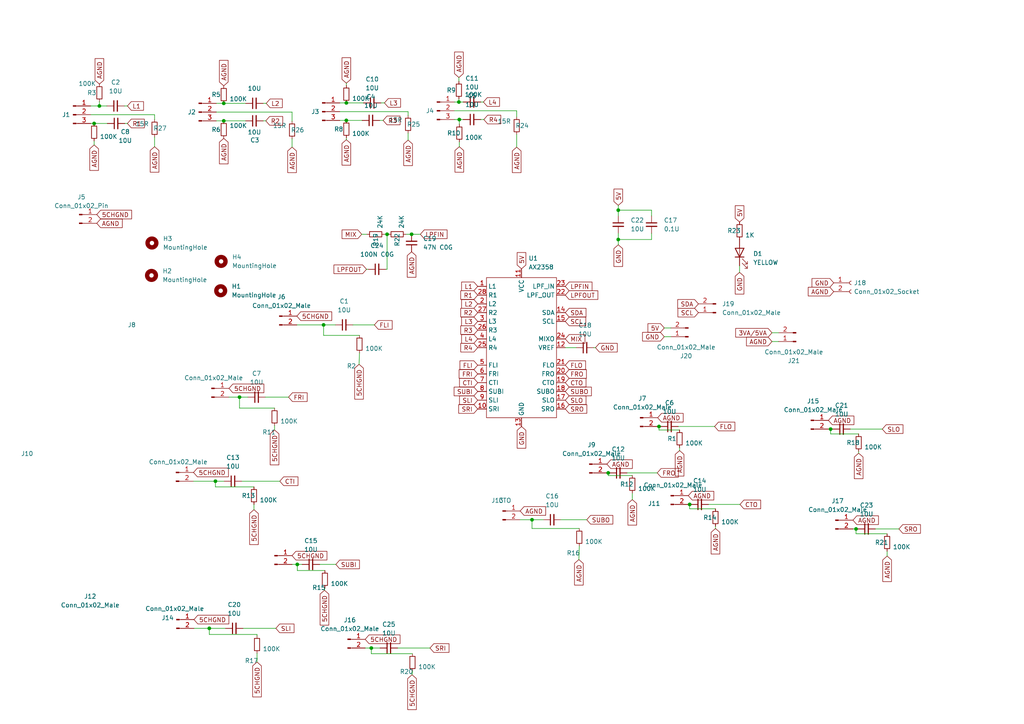
<source format=kicad_sch>
(kicad_sch (version 20230121) (generator eeschema)
  (paper "A4")
  (lib_symbols
    (symbol "Audio:AX2358"
      (property "Reference" "U" (at 0 0 0))
      (property "Value" "AX2358" (at 0 0 0))
      (symbol "AX2358_0_1"
        (polyline (pts (xy -10.16 50.8) (xy -10.16 12.7) (xy 10.16 12.7) (xy 10.16 53.34) (xy -10.16 53.34) (xy -10.16 50.8)))
      )
      (symbol "AX2358_1_1"
        (pin input line (at -12.7 50.8 0) (length 2.54) (name "L1") (number "1"))
        (pin input line (at -12.7 15.24 0) (length 2.54) (name "SRI") (number "10"))
        (pin input line (at 0 55.88 270) (length 2.54) (name "VCC") (number "11"))
        (pin output line (at 12.7 33.02 180) (length 2.54) (name "VREF") (number "12"))
        (pin input line (at 0 10.16 90) (length 2.54) (name "GND") (number "13"))
        (pin bidirectional line (at 12.7 43.18 180) (length 2.54) (name "SDA") (number "14"))
        (pin bidirectional line (at 12.7 40.64 180) (length 2.54) (name "SCL") (number "15"))
        (pin output line (at 12.7 15.24 180) (length 2.54) (name "SRO") (number "16"))
        (pin output line (at 12.7 17.78 180) (length 2.54) (name "SLO") (number "17"))
        (pin output line (at 12.7 20.32 180) (length 2.54) (name "SUBO") (number "18"))
        (pin output line (at 12.7 22.86 180) (length 2.54) (name "CTO") (number "19"))
        (pin input line (at -12.7 45.72 0) (length 2.54) (name "L2") (number "2"))
        (pin output line (at 12.7 25.4 180) (length 2.54) (name "FRO") (number "20"))
        (pin output line (at 12.7 27.94 180) (length 2.54) (name "FLO") (number "21"))
        (pin output line (at 12.7 48.26 180) (length 2.54) (name "LPF_OUT") (number "22"))
        (pin input line (at 12.7 50.8 180) (length 2.54) (name "LPF_IN") (number "23"))
        (pin output line (at 12.7 35.56 180) (length 2.54) (name "MIXO") (number "24"))
        (pin input line (at -12.7 33.02 0) (length 2.54) (name "R4") (number "25"))
        (pin input line (at -12.7 38.1 0) (length 2.54) (name "R3") (number "26"))
        (pin input line (at -12.7 43.18 0) (length 2.54) (name "R2") (number "27"))
        (pin input line (at -12.7 48.26 0) (length 2.54) (name "R1") (number "28"))
        (pin input line (at -12.7 40.64 0) (length 2.54) (name "L3") (number "3"))
        (pin input line (at -12.7 35.56 0) (length 2.54) (name "L4") (number "4"))
        (pin input line (at -12.7 27.94 0) (length 2.54) (name "FLI") (number "5"))
        (pin input line (at -12.7 25.4 0) (length 2.54) (name "FRI") (number "6"))
        (pin input line (at -12.7 22.86 0) (length 2.54) (name "CTI") (number "7"))
        (pin input line (at -12.7 20.32 0) (length 2.54) (name "SUBI") (number "8"))
        (pin input line (at -12.7 17.78 0) (length 2.54) (name "SLI") (number "9"))
      )
    )
    (symbol "Connector:Conn_01x02_Male" (pin_names (offset 1.016) hide)
      (property "Reference" "J" (at 0 2.54 0))
      (property "Value" "Conn_01x02_Male" (at 0 -5.08 0))
      (symbol "Conn_01x02_Male_1_1"
        (polyline (pts (xy 1.27 -2.54) (xy 0.8636 -2.54)) (stroke (width 0.1524)))
        (polyline (pts (xy 1.27 0) (xy 0.8636 0)) (stroke (width 0.1524)))
        (rectangle (start 0.8636 -2.413) (end 0 -2.667) (stroke (width 0.1524)) (fill (type outline)))
        (rectangle (start 0.8636 0.127) (end 0 -0.127) (stroke (width 0.1524)) (fill (type outline)))
        (pin passive line (at 5.08 0 180) (length 3.81) (name "Pin_1") (number "1"))
        (pin passive line (at 5.08 -2.54 180) (length 3.81) (name "Pin_2") (number "2"))
      )
    )
    (symbol "Connector:Conn_01x02_Pin" (pin_names (offset 1.016) hide)
      (property "Reference" "J" (at 0 2.54 0))
      (property "Value" "Conn_01x02_Pin" (at 0 -5.08 0))
      (symbol "Conn_01x02_Pin_1_1"
        (polyline (pts (xy 1.27 -2.54) (xy 0.8636 -2.54)) (stroke (width 0.1524)))
        (polyline (pts (xy 1.27 0) (xy 0.8636 0)) (stroke (width 0.1524)))
        (rectangle (start 0.8636 -2.413) (end 0 -2.667) (stroke (width 0.1524)) (fill (type outline)))
        (rectangle (start 0.8636 0.127) (end 0 -0.127) (stroke (width 0.1524)) (fill (type outline)))
        (pin passive line (at 5.08 0 180) (length 3.81) (name "Pin_1") (number "1"))
        (pin passive line (at 5.08 -2.54 180) (length 3.81) (name "Pin_2") (number "2"))
      )
    )
    (symbol "Connector:Conn_01x02_Socket" (pin_names (offset 1.016) hide)
      (property "Reference" "J" (at 0 2.54 0))
      (property "Value" "Conn_01x02_Socket" (at 0 -5.08 0))
      (symbol "Conn_01x02_Socket_1_1"
        (arc (start 0 -2.032) (mid -0.5058 -2.54) (end 0 -3.048) (stroke (width 0.1524)))
        (polyline (pts (xy -1.27 -2.54) (xy -0.508 -2.54)) (stroke (width 0.1524)))
        (polyline (pts (xy -1.27 0) (xy -0.508 0)) (stroke (width 0.1524)))
        (arc (start 0 0.508) (mid -0.5058 0) (end 0 -0.508) (stroke (width 0.1524)))
        (pin passive line (at -5.08 0 0) (length 3.81) (name "Pin_1") (number "1"))
        (pin passive line (at -5.08 -2.54 0) (length 3.81) (name "Pin_2") (number "2"))
      )
    )
    (symbol "Connector:Conn_01x03_Pin" (pin_names (offset 1.016) hide)
      (property "Reference" "J" (at 0 5.08 0))
      (property "Value" "Conn_01x03_Pin" (at 0 -5.08 0))
      (symbol "Conn_01x03_Pin_1_1"
        (polyline (pts (xy 1.27 -2.54) (xy 0.8636 -2.54)) (stroke (width 0.1524)))
        (polyline (pts (xy 1.27 0) (xy 0.8636 0)) (stroke (width 0.1524)))
        (polyline (pts (xy 1.27 2.54) (xy 0.8636 2.54)) (stroke (width 0.1524)))
        (rectangle (start 0.8636 -2.413) (end 0 -2.667) (stroke (width 0.1524)) (fill (type outline)))
        (rectangle (start 0.8636 0.127) (end 0 -0.127) (stroke (width 0.1524)) (fill (type outline)))
        (rectangle (start 0.8636 2.667) (end 0 2.413) (stroke (width 0.1524)) (fill (type outline)))
        (pin passive line (at 5.08 2.54 180) (length 3.81) (name "Pin_1") (number "1"))
        (pin passive line (at 5.08 0 180) (length 3.81) (name "Pin_2") (number "2"))
        (pin passive line (at 5.08 -2.54 180) (length 3.81) (name "Pin_3") (number "3"))
      )
    )
    (symbol "Device:C_Small" (pin_numbers hide) (pin_names (offset 0.254) hide)
      (property "Reference" "C" (at 0.254 1.778 0))
      (property "Value" "C_Small" (at 0.254 -2.032 0))
      (symbol "C_Small_0_1"
        (polyline (pts (xy -1.524 -0.508) (xy 1.524 -0.508)) (stroke (width 0.3302)))
        (polyline (pts (xy -1.524 0.508) (xy 1.524 0.508)) (stroke (width 0.3048)))
      )
      (symbol "C_Small_1_1"
        (pin passive line (at 0 2.54 270) (length 2.032) (name "~") (number "1"))
        (pin passive line (at 0 -2.54 90) (length 2.032) (name "~") (number "2"))
      )
    )
    (symbol "Device:LED" (pin_numbers hide) (pin_names (offset 1.016) hide)
      (property "Reference" "D" (at 0 2.54 0))
      (property "Value" "LED" (at 0 -2.54 0))
      (symbol "LED_0_1"
        (polyline (pts (xy -1.27 -1.27) (xy -1.27 1.27)) (stroke (width 0.254)))
        (polyline (pts (xy -1.27 0) (xy 1.27 0)))
        (polyline (pts (xy 1.27 -1.27) (xy 1.27 1.27) (xy -1.27 0) (xy 1.27 -1.27)) (stroke (width 0.254)))
        (polyline (pts (xy -3.048 -0.762) (xy -4.572 -2.286) (xy -3.81 -2.286) (xy -4.572 -2.286) (xy -4.572 -1.524)))
        (polyline (pts (xy -1.778 -0.762) (xy -3.302 -2.286) (xy -2.54 -2.286) (xy -3.302 -2.286) (xy -3.302 -1.524)))
      )
      (symbol "LED_1_1"
        (pin passive line (at -3.81 0 0) (length 2.54) (name "K") (number "1"))
        (pin passive line (at 3.81 0 180) (length 2.54) (name "A") (number "2"))
      )
    )
    (symbol "Device:R_Small" (pin_numbers hide) (pin_names (offset 0.254) hide)
      (property "Reference" "R" (at 0.762 0.508 0))
      (property "Value" "R_Small" (at 0.762 -1.016 0))
      (symbol "R_Small_0_1"
        (rectangle (start -0.762 1.778) (end 0.762 -1.778) (stroke (width 0.2032)))
      )
      (symbol "R_Small_1_1"
        (pin passive line (at 0 2.54 270) (length 0.762) (name "~") (number "1"))
        (pin passive line (at 0 -2.54 90) (length 0.762) (name "~") (number "2"))
      )
    )
    (symbol "Mechanical:MountingHole" (pin_names (offset 1.016))
      (property "Reference" "H" (at 0 5.08 0))
      (property "Value" "MountingHole" (at 0 3.175 0))
      (symbol "MountingHole_0_1"
        (circle (center 0 0) (radius 1.27) (stroke (width 1.27)))
      )
    )
  )
  (junction (at 69.469 115.189))
  (junction (at 100.457 29.845))
  (junction (at 179.324 60.96))
  (junction (at 64.897 35.052))
  (junction (at 28.829 30.734))
  (junction (at 179.324 69.469))
  (junction (at 60.706 182.245))
  (junction (at 112.268 67.945))
  (junction (at 154.305 150.749))
  (junction (at 176.403 137.16))
  (junction (at 133.223 34.671))
  (junction (at 64.897 29.972))
  (junction (at 107.696 187.96))
  (junction (at 240.919 124.46))
  (junction (at 93.853 94.234))
  (junction (at 133.096 29.591))
  (junction (at 100.457 34.925))
  (junction (at 86.233 163.703))
  (junction (at 191.135 123.698))
  (junction (at 119.38 67.945))
  (junction (at 248.285 153.416))
  (junction (at 62.484 139.573))
  (junction (at 200.025 146.304))
  (junction (at 27.305 35.814))
  (wire (pts (xy 100.457 24.13) (xy 100.457 24.765)))
  (wire (pts (xy 62.484 139.573) (xy 62.484 141.224)))
  (wire (pts (xy 94.107 171.196) (xy 94.234 170.561)))
  (wire (pts (xy 62.738 32.512) (xy 84.709 32.512)))
  (wire (pts (xy 183.388 143.002) (xy 183.388 144.907)))
  (wire (pts (xy 86.233 163.703) (xy 86.233 165.481)))
  (wire (pts (xy 194.564 97.663) (xy 192.659 97.663)))
  (wire (pts (xy 207.518 152.654) (xy 207.518 153.289)))
  (wire (pts (xy 98.552 32.385) (xy 118.364 32.385)))
  (wire (pts (xy 112.268 67.945) (xy 111.506 67.945)))
  (wire (pts (xy 225.806 96.52) (xy 223.901 96.52)))
  (wire (pts (xy 84.709 32.512) (xy 84.709 35.179)))
  (wire (pts (xy 107.696 187.96) (xy 105.918 187.96)))
  (wire (pts (xy 64.897 29.972) (xy 62.738 29.972)))
  (wire (pts (xy 197.104 129.794) (xy 197.104 130.683)))
  (wire (pts (xy 31.115 35.814) (xy 27.305 35.814)))
  (wire (pts (xy 93.853 97.282) (xy 104.267 97.282)))
  (wire (pts (xy 69.469 115.189) (xy 66.421 115.189)))
  (wire (pts (xy 119.38 67.945) (xy 117.729 67.945)))
  (wire (pts (xy 107.696 189.611) (xy 119.634 189.611)))
  (wire (pts (xy 105.029 34.925) (xy 100.457 34.925)))
  (wire (pts (xy 133.223 42.545) (xy 133.223 41.148)))
  (wire (pts (xy 257.302 159.893) (xy 257.302 161.29)))
  (wire (pts (xy 28.829 30.734) (xy 26.289 30.734)))
  (wire (pts (xy 100.457 40.513) (xy 100.457 40.005)))
  (wire (pts (xy 140.335 34.671) (xy 139.446 34.671)))
  (wire (pts (xy 69.469 118.364) (xy 79.629 118.364)))
  (wire (pts (xy 179.324 70.993) (xy 179.324 69.469)))
  (wire (pts (xy 121.92 67.945) (xy 119.38 67.945)))
  (wire (pts (xy 248.285 153.416) (xy 247.396 153.416)))
  (wire (pts (xy 27.305 35.814) (xy 26.289 35.814)))
  (wire (pts (xy 205.486 146.304) (xy 214.63 146.304)))
  (wire (pts (xy 140.208 29.591) (xy 139.446 29.591)))
  (wire (pts (xy 176.403 137.16) (xy 176.022 137.16)))
  (wire (pts (xy 149.86 38.989) (xy 149.86 42.672)))
  (wire (pts (xy 74.549 192.024) (xy 74.549 189.484)))
  (wire (pts (xy 157.607 150.749) (xy 154.305 150.749)))
  (wire (pts (xy 60.706 182.245) (xy 60.706 184.023)))
  (wire (pts (xy 104.14 105.664) (xy 104.267 102.362)))
  (wire (pts (xy 200.025 146.304) (xy 199.644 146.304)))
  (wire (pts (xy 36.957 35.814) (xy 36.195 35.814)))
  (wire (pts (xy 154.305 150.749) (xy 154.305 153.289)))
  (wire (pts (xy 172.72 100.838) (xy 172.212 100.838)))
  (wire (pts (xy 119.507 195.707) (xy 119.634 194.691)))
  (wire (pts (xy 36.957 30.734) (xy 36.068 30.734)))
  (wire (pts (xy 191.135 124.714) (xy 197.104 124.714)))
  (wire (pts (xy 188.976 60.96) (xy 179.324 60.96)))
  (wire (pts (xy 97.282 94.234) (xy 93.853 94.234)))
  (wire (pts (xy 92.71 163.703) (xy 97.409 163.703)))
  (wire (pts (xy 93.853 94.234) (xy 93.853 97.282)))
  (wire (pts (xy 115.316 187.96) (xy 124.714 187.96)))
  (wire (pts (xy 248.793 153.416) (xy 248.285 153.416)))
  (wire (pts (xy 134.366 34.671) (xy 133.223 34.671)))
  (wire (pts (xy 200.025 147.574) (xy 207.518 147.574)))
  (wire (pts (xy 65.024 139.573) (xy 62.484 139.573)))
  (wire (pts (xy 107.696 187.96) (xy 107.696 189.611)))
  (wire (pts (xy 240.919 125.857) (xy 249.047 125.857)))
  (wire (pts (xy 134.366 29.591) (xy 133.096 29.591)))
  (wire (pts (xy 179.324 60.96) (xy 179.324 62.611)))
  (wire (pts (xy 133.096 28.702) (xy 133.096 29.591)))
  (wire (pts (xy 28.829 29.464) (xy 28.829 30.734)))
  (wire (pts (xy 118.364 38.608) (xy 118.364 40.64)))
  (wire (pts (xy 167.132 100.838) (xy 163.957 100.838)))
  (wire (pts (xy 71.247 35.052) (xy 64.897 35.052)))
  (wire (pts (xy 196.723 123.698) (xy 207.264 123.698)))
  (wire (pts (xy 131.826 32.131) (xy 149.86 32.131)))
  (wire (pts (xy 168.021 158.369) (xy 167.894 162.306)))
  (wire (pts (xy 79.629 124.714) (xy 79.629 123.444)))
  (wire (pts (xy 162.687 150.749) (xy 170.18 150.749)))
  (wire (pts (xy 69.469 115.189) (xy 69.469 118.364)))
  (wire (pts (xy 149.86 32.131) (xy 149.86 33.909)))
  (wire (pts (xy 44.831 39.751) (xy 44.831 42.545)))
  (wire (pts (xy 176.784 137.16) (xy 176.403 137.16)))
  (wire (pts (xy 106.426 67.945) (xy 104.902 67.945)))
  (wire (pts (xy 110.236 187.96) (xy 107.696 187.96)))
  (wire (pts (xy 100.457 34.925) (xy 98.552 34.925)))
  (wire (pts (xy 179.324 59.563) (xy 179.324 60.96)))
  (wire (pts (xy 62.484 141.224) (xy 73.66 141.224)))
  (wire (pts (xy 27.305 42.037) (xy 27.305 40.894)))
  (wire (pts (xy 133.223 34.671) (xy 131.826 34.671)))
  (wire (pts (xy 71.882 115.189) (xy 69.469 115.189)))
  (wire (pts (xy 241.554 124.46) (xy 240.919 124.46)))
  (wire (pts (xy 179.324 69.469) (xy 188.976 69.469)))
  (wire (pts (xy 112.268 78.105) (xy 111.887 78.105)))
  (wire (pts (xy 133.096 29.591) (xy 131.826 29.591)))
  (wire (pts (xy 111.125 34.925) (xy 110.109 34.925)))
  (wire (pts (xy 70.485 182.245) (xy 80.01 182.245)))
  (wire (pts (xy 87.63 163.703) (xy 86.233 163.703)))
  (wire (pts (xy 60.706 182.245) (xy 56.261 182.245)))
  (wire (pts (xy 133.096 22.479) (xy 133.096 23.622)))
  (wire (pts (xy 71.247 29.972) (xy 64.897 29.972)))
  (wire (pts (xy 191.135 123.698) (xy 191.135 124.714)))
  (wire (pts (xy 74.549 184.023) (xy 74.549 184.404)))
  (wire (pts (xy 191.135 123.698) (xy 190.754 123.698)))
  (wire (pts (xy 118.364 32.385) (xy 118.364 33.528)))
  (wire (pts (xy 194.564 95.123) (xy 192.659 95.123)))
  (wire (pts (xy 77.089 35.052) (xy 76.327 35.052)))
  (wire (pts (xy 93.853 94.234) (xy 86.106 94.234)))
  (wire (pts (xy 112.268 67.945) (xy 112.268 78.105)))
  (wire (pts (xy 76.962 115.189) (xy 83.693 115.189)))
  (wire (pts (xy 225.806 99.06) (xy 223.901 99.06)))
  (wire (pts (xy 188.976 69.469) (xy 188.976 67.691)))
  (wire (pts (xy 111.506 29.845) (xy 110.49 29.845)))
  (wire (pts (xy 179.324 69.469) (xy 179.324 67.691)))
  (wire (pts (xy 176.403 137.16) (xy 176.403 137.922)))
  (wire (pts (xy 73.66 147.828) (xy 73.66 146.304)))
  (wire (pts (xy 106.299 78.105) (xy 106.807 78.105)))
  (wire (pts (xy 60.706 184.023) (xy 74.549 184.023)))
  (wire (pts (xy 248.285 154.813) (xy 257.302 154.813)))
  (wire (pts (xy 214.503 78.994) (xy 214.503 77.089)))
  (wire (pts (xy 100.457 29.845) (xy 98.552 29.845)))
  (wire (pts (xy 84.709 40.259) (xy 84.709 42.672)))
  (wire (pts (xy 176.403 137.922) (xy 183.388 137.922)))
  (wire (pts (xy 112.649 67.945) (xy 112.268 67.945)))
  (wire (pts (xy 64.897 35.052) (xy 62.738 35.052)))
  (wire (pts (xy 70.104 139.573) (xy 81.153 139.573)))
  (wire (pts (xy 86.233 163.703) (xy 84.709 163.703)))
  (wire (pts (xy 65.405 182.245) (xy 60.706 182.245)))
  (wire (pts (xy 191.643 123.698) (xy 191.135 123.698)))
  (wire (pts (xy 102.362 94.234) (xy 108.585 94.234)))
  (wire (pts (xy 62.484 139.573) (xy 56.134 139.573)))
  (wire (pts (xy 200.406 146.304) (xy 200.025 146.304)))
  (wire (pts (xy 248.285 153.416) (xy 248.285 154.813)))
  (wire (pts (xy 26.289 33.274) (xy 44.831 33.274)))
  (wire (pts (xy 30.988 30.734) (xy 28.829 30.734)))
  (wire (pts (xy 200.025 146.304) (xy 200.025 147.574)))
  (wire (pts (xy 240.919 124.46) (xy 240.919 125.857)))
  (wire (pts (xy 86.233 165.481) (xy 94.234 165.481)))
  (wire (pts (xy 133.223 36.068) (xy 133.223 34.671)))
  (wire (pts (xy 246.634 124.46) (xy 255.905 124.46)))
  (wire (pts (xy 154.305 153.289) (xy 168.021 153.289)))
  (wire (pts (xy 105.41 29.845) (xy 100.457 29.845)))
  (wire (pts (xy 253.873 153.416) (xy 260.731 153.416)))
  (wire (pts (xy 249.047 130.937) (xy 249.047 131.445)))
  (wire (pts (xy 44.831 33.274) (xy 44.831 34.671)))
  (wire (pts (xy 188.976 62.611) (xy 188.976 60.96)))
  (wire (pts (xy 77.216 29.972) (xy 76.327 29.972)))
  (wire (pts (xy 240.919 124.46) (xy 240.284 124.46)))
  (wire (pts (xy 181.864 137.16) (xy 190.627 137.16)))
  (wire (pts (xy 154.305 150.749) (xy 150.876 150.749)))
  (global_label "R2" (shape input) (at 138.557 90.678 180) (property "Intersheetrefs" "${INTERSHEET_REFS}" (effects hide)))
  (global_label "AGND" (shape input) (at 150.876 148.209 0) (property "Intersheetrefs" "${INTERSHEET_REFS}" (effects hide)))
  (global_label "LPFIN" (shape input) (at 121.92 67.945 0) (property "Intersheetrefs" "${INTERSHEET_REFS}" (effects hide)))
  (global_label "AGND" (shape input) (at 207.518 153.289 270) (property "Intersheetrefs" "${INTERSHEET_REFS}" (effects hide)))
  (global_label "AGND" (shape input) (at 199.644 143.764 0) (property "Intersheetrefs" "${INTERSHEET_REFS}" (effects hide)))
  (global_label "R1" (shape input) (at 138.557 85.598 180) (property "Intersheetrefs" "${INTERSHEET_REFS}" (effects hide)))
  (global_label "GND" (shape input) (at 214.503 78.994 270) (property "Intersheetrefs" "${INTERSHEET_REFS}" (effects hide)))
  (global_label "AGND" (shape input) (at 44.831 42.545 270) (property "Intersheetrefs" "${INTERSHEET_REFS}" (effects hide)))
  (global_label "FRI" (shape input) (at 138.557 108.458 180) (property "Intersheetrefs" "${INTERSHEET_REFS}" (effects hide)))
  (global_label "L4" (shape input) (at 140.208 29.591 0) (property "Intersheetrefs" "${INTERSHEET_REFS}" (effects hide)))
  (global_label "5V" (shape input) (at 214.503 64.389 90) (property "Intersheetrefs" "${INTERSHEET_REFS}" (effects hide)))
  (global_label "SLI" (shape input) (at 138.557 116.078 180) (property "Intersheetrefs" "${INTERSHEET_REFS}" (effects hide)))
  (global_label "5CHGND" (shape input) (at 84.709 161.163 0) (property "Intersheetrefs" "${INTERSHEET_REFS}" (effects hide)))
  (global_label "AGND" (shape input) (at 100.457 24.13 90) (property "Intersheetrefs" "${INTERSHEET_REFS}" (effects hide)))
  (global_label "5CHGND" (shape input) (at 56.134 137.033 0) (property "Intersheetrefs" "${INTERSHEET_REFS}" (effects hide)))
  (global_label "FLI" (shape input) (at 108.585 94.234 0) (property "Intersheetrefs" "${INTERSHEET_REFS}" (effects hide)))
  (global_label "5CHGND" (shape input) (at 56.261 179.705 0) (property "Intersheetrefs" "${INTERSHEET_REFS}" (effects hide)))
  (global_label "AGND" (shape input) (at 133.223 42.545 270) (property "Intersheetrefs" "${INTERSHEET_REFS}" (effects hide)))
  (global_label "AGND" (shape input) (at 118.364 40.64 270) (property "Intersheetrefs" "${INTERSHEET_REFS}" (effects hide)))
  (global_label "SCL" (shape input) (at 163.957 93.218 0) (property "Intersheetrefs" "${INTERSHEET_REFS}" (effects hide)))
  (global_label "5CHGND" (shape input) (at 105.918 185.42 0) (property "Intersheetrefs" "${INTERSHEET_REFS}" (effects hide)))
  (global_label "L4" (shape input) (at 138.557 98.298 180) (property "Intersheetrefs" "${INTERSHEET_REFS}" (effects hide)))
  (global_label "AGND" (shape input) (at 257.302 161.29 270) (property "Intersheetrefs" "${INTERSHEET_REFS}" (effects hide)))
  (global_label "5V" (shape input) (at 151.257 77.978 90) (property "Intersheetrefs" "${INTERSHEET_REFS}" (effects hide)))
  (global_label "AGND" (shape input) (at 84.709 42.672 270) (property "Intersheetrefs" "${INTERSHEET_REFS}" (effects hide)))
  (global_label "AGND" (shape input) (at 183.388 144.907 270) (property "Intersheetrefs" "${INTERSHEET_REFS}" (effects hide)))
  (global_label "SLO" (shape input) (at 255.905 124.46 0) (property "Intersheetrefs" "${INTERSHEET_REFS}" (effects hide)))
  (global_label "AGND" (shape input) (at 133.096 22.479 90) (property "Intersheetrefs" "${INTERSHEET_REFS}" (effects hide)))
  (global_label "LPFOUT" (shape input) (at 163.957 85.598 0) (property "Intersheetrefs" "${INTERSHEET_REFS}" (effects hide)))
  (global_label "5CHGND" (shape input) (at 66.421 112.649 0) (property "Intersheetrefs" "${INTERSHEET_REFS}" (effects hide)))
  (global_label "3VA{slash}5VA" (shape input) (at 223.901 96.52 180) (property "Intersheetrefs" "${INTERSHEET_REFS}" (effects hide)))
  (global_label "LPFIN" (shape input) (at 163.957 83.058 0) (property "Intersheetrefs" "${INTERSHEET_REFS}" (effects hide)))
  (global_label "5V" (shape input) (at 179.324 59.563 90) (property "Intersheetrefs" "${INTERSHEET_REFS}" (effects hide)))
  (global_label "AGND" (shape input) (at 176.022 134.62 0) (property "Intersheetrefs" "${INTERSHEET_REFS}" (effects hide)))
  (global_label "R4" (shape input) (at 140.335 34.671 0) (property "Intersheetrefs" "${INTERSHEET_REFS}" (effects hide)))
  (global_label "AGND" (shape input) (at 247.396 150.876 0) (property "Intersheetrefs" "${INTERSHEET_REFS}" (effects hide)))
  (global_label "R3" (shape input) (at 111.125 34.925 0) (property "Intersheetrefs" "${INTERSHEET_REFS}" (effects hide)))
  (global_label "MIX" (shape input) (at 163.957 98.298 0) (property "Intersheetrefs" "${INTERSHEET_REFS}" (effects hide)))
  (global_label "AGND" (shape input) (at 27.305 42.037 270) (property "Intersheetrefs" "${INTERSHEET_REFS}" (effects hide)))
  (global_label "GND" (shape input) (at 241.808 82.042 180) (property "Intersheetrefs" "${INTERSHEET_REFS}" (effects hide)))
  (global_label "AGND" (shape input) (at 64.897 24.892 90) (property "Intersheetrefs" "${INTERSHEET_REFS}" (effects hide)))
  (global_label "L1" (shape input) (at 36.957 30.734 0) (property "Intersheetrefs" "${INTERSHEET_REFS}" (effects hide)))
  (global_label "SLI" (shape input) (at 80.01 182.245 0) (property "Intersheetrefs" "${INTERSHEET_REFS}" (effects hide)))
  (global_label "FRI" (shape input) (at 83.693 115.189 0) (property "Intersheetrefs" "${INTERSHEET_REFS}" (effects hide)))
  (global_label "AGND" (shape input) (at 28.067 64.77 0) (property "Intersheetrefs" "${INTERSHEET_REFS}" (effects hide)))
  (global_label "AGND" (shape input) (at 223.901 99.06 180) (property "Intersheetrefs" "${INTERSHEET_REFS}" (effects hide)))
  (global_label "SUBO" (shape input) (at 163.957 113.538 0) (property "Intersheetrefs" "${INTERSHEET_REFS}" (effects hide)))
  (global_label "AGND" (shape input) (at 240.284 121.92 0) (property "Intersheetrefs" "${INTERSHEET_REFS}" (effects hide)))
  (global_label "R2" (shape input) (at 77.089 35.052 0) (property "Intersheetrefs" "${INTERSHEET_REFS}" (effects hide)))
  (global_label "GND" (shape input) (at 179.324 70.993 270) (property "Intersheetrefs" "${INTERSHEET_REFS}" (effects hide)))
  (global_label "SDA" (shape input) (at 202.565 88.138 180) (property "Intersheetrefs" "${INTERSHEET_REFS}" (effects hide)))
  (global_label "GND" (shape input) (at 151.257 123.698 270) (property "Intersheetrefs" "${INTERSHEET_REFS}" (effects hide)))
  (global_label "5CHGND" (shape input) (at 74.549 192.024 270) (property "Intersheetrefs" "${INTERSHEET_REFS}" (effects hide)))
  (global_label "5CHGND" (shape input) (at 119.507 195.707 270) (property "Intersheetrefs" "${INTERSHEET_REFS}" (effects hide)))
  (global_label "L2" (shape input) (at 138.557 88.138 180) (property "Intersheetrefs" "${INTERSHEET_REFS}" (effects hide)))
  (global_label "FRO" (shape input) (at 190.627 137.16 0) (property "Intersheetrefs" "${INTERSHEET_REFS}" (effects hide)))
  (global_label "AGND" (shape input) (at 100.457 40.513 270) (property "Intersheetrefs" "${INTERSHEET_REFS}" (effects hide)))
  (global_label "5CHGND" (shape input) (at 94.107 171.196 270) (property "Intersheetrefs" "${INTERSHEET_REFS}" (effects hide)))
  (global_label "SDA" (shape input) (at 163.957 90.678 0) (property "Intersheetrefs" "${INTERSHEET_REFS}" (effects hide)))
  (global_label "AGND" (shape input) (at 197.104 130.683 270) (property "Intersheetrefs" "${INTERSHEET_REFS}" (effects hide)))
  (global_label "5CHGND" (shape input) (at 104.14 105.664 270) (property "Intersheetrefs" "${INTERSHEET_REFS}" (effects hide)))
  (global_label "L3" (shape input) (at 111.506 29.845 0) (property "Intersheetrefs" "${INTERSHEET_REFS}" (effects hide)))
  (global_label "5CHGND" (shape input) (at 79.629 124.714 270) (property "Intersheetrefs" "${INTERSHEET_REFS}" (effects hide)))
  (global_label "SRO" (shape input) (at 163.957 118.618 0) (property "Intersheetrefs" "${INTERSHEET_REFS}" (effects hide)))
  (global_label "L1" (shape input) (at 138.557 83.058 180) (property "Intersheetrefs" "${INTERSHEET_REFS}" (effects hide)))
  (global_label "5CHGND" (shape input) (at 86.106 91.694 0) (property "Intersheetrefs" "${INTERSHEET_REFS}" (effects hide)))
  (global_label "5CHGND" (shape input) (at 73.66 147.828 270) (property "Intersheetrefs" "${INTERSHEET_REFS}" (effects hide)))
  (global_label "AGND" (shape input) (at 64.897 40.132 270) (property "Intersheetrefs" "${INTERSHEET_REFS}" (effects hide)))
  (global_label "SCL" (shape input) (at 202.565 90.678 180) (property "Intersheetrefs" "${INTERSHEET_REFS}" (effects hide)))
  (global_label "SLO" (shape input) (at 163.957 116.078 0) (property "Intersheetrefs" "${INTERSHEET_REFS}" (effects hide)))
  (global_label "L2" (shape input) (at 77.216 29.972 0) (property "Intersheetrefs" "${INTERSHEET_REFS}" (effects hide)))
  (global_label "R4" (shape input) (at 138.557 100.838 180) (property "Intersheetrefs" "${INTERSHEET_REFS}" (effects hide)))
  (global_label "FRO" (shape input) (at 163.957 108.458 0) (property "Intersheetrefs" "${INTERSHEET_REFS}" (effects hide)))
  (global_label "L3" (shape input) (at 138.557 93.218 180) (property "Intersheetrefs" "${INTERSHEET_REFS}" (effects hide)))
  (global_label "SRI" (shape input) (at 138.557 118.618 180) (property "Intersheetrefs" "${INTERSHEET_REFS}" (effects hide)))
  (global_label "AGND" (shape input) (at 28.829 24.384 90) (property "Intersheetrefs" "${INTERSHEET_REFS}" (effects hide)))
  (global_label "SRI" (shape input) (at 124.714 187.96 0) (property "Intersheetrefs" "${INTERSHEET_REFS}" (effects hide)))
  (global_label "FLO" (shape input) (at 163.957 105.918 0) (property "Intersheetrefs" "${INTERSHEET_REFS}" (effects hide)))
  (global_label "SUBI" (shape input) (at 97.409 163.703 0) (property "Intersheetrefs" "${INTERSHEET_REFS}" (effects hide)))
  (global_label "CTI" (shape input) (at 138.557 110.998 180) (property "Intersheetrefs" "${INTERSHEET_REFS}" (effects hide)))
  (global_label "AGND" (shape input) (at 149.86 42.672 270) (property "Intersheetrefs" "${INTERSHEET_REFS}" (effects hide)))
  (global_label "GND" (shape input) (at 172.72 100.838 0) (property "Intersheetrefs" "${INTERSHEET_REFS}" (effects hide)))
  (global_label "SUBO" (shape input) (at 170.18 150.749 0) (property "Intersheetrefs" "${INTERSHEET_REFS}" (effects hide)))
  (global_label "LPFOUT" (shape input) (at 106.299 78.105 180) (property "Intersheetrefs" "${INTERSHEET_REFS}" (effects hide)))
  (global_label "GND" (shape input) (at 192.659 97.663 180) (property "Intersheetrefs" "${INTERSHEET_REFS}" (effects hide)))
  (global_label "5CHGND" (shape input) (at 28.067 62.23 0) (property "Intersheetrefs" "${INTERSHEET_REFS}" (effects hide)))
  (global_label "FLO" (shape input) (at 207.264 123.698 0) (property "Intersheetrefs" "${INTERSHEET_REFS}" (effects hide)))
  (global_label "MIX" (shape input) (at 104.902 67.945 180) (property "Intersheetrefs" "${INTERSHEET_REFS}" (effects hide)))
  (global_label "AGND" (shape input) (at 167.894 162.306 270) (property "Intersheetrefs" "${INTERSHEET_REFS}" (effects hide)))
  (global_label "CTO" (shape input) (at 163.957 110.998 0) (property "Intersheetrefs" "${INTERSHEET_REFS}" (effects hide)))
  (global_label "AGND" (shape input) (at 190.754 121.158 0) (property "Intersheetrefs" "${INTERSHEET_REFS}" (effects hide)))
  (global_label "FLI" (shape input) (at 138.557 105.918 180) (property "Intersheetrefs" "${INTERSHEET_REFS}" (effects hide)))
  (global_label "AGND" (shape input) (at 241.808 84.582 180) (property "Intersheetrefs" "${INTERSHEET_REFS}" (effects hide)))
  (global_label "CTO" (shape input) (at 214.63 146.304 0) (property "Intersheetrefs" "${INTERSHEET_REFS}" (effects hide)))
  (global_label "R3" (shape input) (at 138.557 95.758 180) (property "Intersheetrefs" "${INTERSHEET_REFS}" (effects hide)))
  (global_label "AGND" (shape input) (at 249.047 131.445 270) (property "Intersheetrefs" "${INTERSHEET_REFS}" (effects hide)))
  (global_label "R1" (shape input) (at 36.957 35.814 0) (property "Intersheetrefs" "${INTERSHEET_REFS}" (effects hide)))
  (global_label "SUBI" (shape input) (at 138.557 113.538 180) (property "Intersheetrefs" "${INTERSHEET_REFS}" (effects hide)))
  (global_label "AGND" (shape input) (at 119.38 73.025 270) (property "Intersheetrefs" "${INTERSHEET_REFS}" (effects hide)))
  (global_label "5V" (shape input) (at 192.659 95.123 180) (property "Intersheetrefs" "${INTERSHEET_REFS}" (effects hide)))
  (global_label "SRO" (shape input) (at 260.731 153.416 0) (property "Intersheetrefs" "${INTERSHEET_REFS}" (effects hide)))
  (global_label "CTI" (shape input) (at 81.153 139.573 0) (property "Intersheetrefs" "${INTERSHEET_REFS}" (effects hide)))
  (symbol (lib_id "Device:C_Small") (at 67.564 139.573 90) (unit 1)
    (property "Reference" "C13" (at 67.5703 132.715 90))
    (property "Value" "10U" (at 67.5703 135.255 90))
    (property "Footprint" "Capacitor_THT:CP_Radial_D5.0mm_P2.50mm" (effects hide))
  )
  (symbol (lib_id "Device:R_Small") (at 108.966 67.945 90) (unit 1)
    (property "Reference" "R19" (at 108.966 71.501 0) (effects (justify left)))
    (property "Value" "24K" (at 110.2359 66.294 0) (effects (justify left)))
    (property "Footprint" "Resistor_SMD:R_0805_2012Metric_Pad1.20x1.40mm_HandSolder" (effects hide))
  )
  (symbol (lib_id "Device:R_Small") (at 133.223 38.608 0) (unit 1)
    (property "Reference" "R10" (at 129.667 38.608 0) (effects (justify left)))
    (property "Value" "100K" (at 134.874 39.8779 0) (effects (justify left)))
    (property "Footprint" "Resistor_SMD:R_0805_2012Metric_Pad1.20x1.40mm_HandSolder" (effects hide))
  )
  (symbol (lib_id "Device:R_Small") (at 28.829 26.924 0) (unit 1)
    (property "Reference" "R3" (at 25.273 26.924 0) (effects (justify left)))
    (property "Value" "100K" (at 22.733 24.257 0) (effects (justify left)))
    (property "Footprint" "Resistor_SMD:R_0805_2012Metric_Pad1.20x1.40mm_HandSolder" (effects hide))
  )
  (symbol (lib_id "Device:R_Small") (at 168.021 155.829 0) (unit 1)
    (property "Reference" "R16" (at 164.338 160.401 0) (effects (justify left)))
    (property "Value" "100K" (at 169.672 157.0989 0) (effects (justify left)))
    (property "Footprint" "Resistor_SMD:R_0805_2012Metric_Pad1.20x1.40mm_HandSolder" (effects hide))
  )
  (symbol (lib_id "Connector:Conn_01x02_Male") (at 100.838 185.42 0) (unit 1)
    (property "Reference" "J16" (at 101.473 179.832 0))
    (property "Value" "Conn_01x02_Male" (at 101.473 182.372 0))
    (property "Footprint" "Connector_JST:JST_PH_B2B-PH-K_1x02_P2.00mm_Vertical" (effects hide))
  )
  (symbol (lib_id "Device:C_Small") (at 136.906 29.591 90) (unit 1)
    (property "Reference" "C11" (at 136.9123 22.733 90))
    (property "Value" "10U" (at 136.9123 25.273 90))
    (property "Footprint" "Capacitor_THT:CP_Radial_D5.0mm_P2.50mm" (effects hide))
  )
  (symbol (lib_id "Device:R_Small") (at 84.709 37.719 180) (unit 1)
    (property "Reference" "R26" (at 88.265 37.719 0) (effects (justify left)))
    (property "Value" "15R" (at 83.058 36.4491 0) (effects (justify left)))
    (property "Footprint" "Resistor_SMD:R_0603_1608Metric_Pad0.98x0.95mm_HandSolder" (effects hide))
  )
  (symbol (lib_id "Connector:Conn_01x02_Male") (at 235.204 121.92 0) (unit 1)
    (property "Reference" "J15" (at 235.839 116.332 0))
    (property "Value" "Conn_01x02_Male" (at 235.839 118.872 0))
    (property "Footprint" "Connector_JST:JST_PH_B2B-PH-K_1x02_P2.00mm_Vertical" (effects hide))
  )
  (symbol (lib_id "Device:C_Small") (at 73.787 35.052 90) (unit 1)
    (property "Reference" "C3" (at 73.914 40.64 90))
    (property "Value" "10U" (at 73.787 38.354 90))
    (property "Footprint" "Capacitor_THT:CP_Radial_D5.0mm_P2.50mm" (effects hide))
  )
  (symbol (lib_id "Connector:Conn_01x02_Pin") (at 22.987 62.23 0) (unit 1)
    (property "Reference" "J5" (at 23.622 57.15 0))
    (property "Value" "Conn_01x02_Pin" (at 23.622 59.69 0))
    (property "Footprint" "Connector_PinHeader_2.54mm:PinHeader_1x02_P2.54mm_Vertical" (effects hide))
  )
  (symbol (lib_id "Device:C_Small") (at 99.822 94.234 90) (unit 1)
    (property "Reference" "C1" (at 99.8283 87.376 90))
    (property "Value" "10U" (at 99.8283 89.916 90))
    (property "Footprint" "Capacitor_THT:CP_Radial_D5.0mm_P2.50mm" (effects hide))
  )
  (symbol (lib_id "Connector:Conn_01x03_Pin") (at 21.209 33.274 0) (unit 1)
    (property "Reference" "J1" (at 19.177 33.274 0))
    (property "Value" "Conn_01x03_Pin" (effects hide))
    (property "Footprint" "Connector_JST:JST_PH_B3B-PH-K_1x03_P2.00mm_Vertical" (effects hide))
  )
  (symbol (lib_id "Connector:Conn_01x02_Male") (at 170.942 134.62 0) (unit 1)
    (property "Reference" "J9" (at 171.577 129.032 0))
    (property "Value" "Conn_01x02_Male" (at 171.577 131.572 0))
    (property "Footprint" "Connector_JST:JST_PH_B2B-PH-K_1x02_P2.00mm_Vertical" (effects hide))
  )
  (symbol (lib_id "Connector:Conn_01x02_Socket") (at 246.888 82.042 0) (unit 1)
    (property "Reference" "J18" (at 247.65 82.042 0) (effects (justify left)))
    (property "Value" "Conn_01x02_Socket" (at 247.65 84.582 0) (effects (justify left)))
    (property "Footprint" "Connector_PinHeader_2.54mm:PinHeader_1x02_P2.54mm_Vertical" (effects hide))
  )
  (symbol (lib_id "Device:C_Small") (at 33.655 35.814 90) (unit 1)
    (property "Reference" "C8" (at 36.322 38.227 90))
    (property "Value" "10U" (at 36.322 40.767 90))
    (property "Footprint" "Capacitor_THT:CP_Radial_D5.0mm_P2.50mm" (effects hide))
  )
  (symbol (lib_id "Device:C_Small") (at 107.95 29.845 90) (unit 1)
    (property "Reference" "C10" (at 107.9563 22.987 90))
    (property "Value" "10U" (at 107.9563 25.527 90))
    (property "Footprint" "Capacitor_THT:CP_Radial_D5.0mm_P2.50mm" (effects hide))
  )
  (symbol (lib_id "Device:R_Small") (at 79.629 120.904 0) (unit 1)
    (property "Reference" "R11" (at 76.073 125.349 0) (effects (justify left)))
    (property "Value" "100K" (at 81.28 122.1739 0) (effects (justify left)))
    (property "Footprint" "Resistor_SMD:R_0805_2012Metric_Pad1.20x1.40mm_HandSolder" (effects hide))
  )
  (symbol (lib_id "Connector:Conn_01x02_Male") (at 51.181 179.705 0) (unit 1)
    (property "Reference" "J14" (at 48.641 179.197 0))
    (property "Value" "Conn_01x02_Male" (at 50.673 176.53 0))
    (property "Footprint" "Connector_JST:JST_PH_B2B-PH-K_1x02_P2.00mm_Vertical" (effects hide))
  )
  (symbol (lib_id "Connector:Conn_01x03_Pin") (at 57.658 32.512 0) (unit 1)
    (property "Reference" "J2" (at 55.626 32.512 0))
    (property "Value" "Conn_01x03_Pin" (effects hide))
    (property "Footprint" "Connector_JST:JST_PH_B3B-PH-K_1x03_P2.00mm_Vertical" (effects hide))
  )
  (symbol (lib_id "Device:R_Small") (at 115.189 67.945 90) (unit 1)
    (property "Reference" "R22" (at 115.189 71.501 0) (effects (justify left)))
    (property "Value" "24K" (at 116.4589 66.294 0) (effects (justify left)))
    (property "Footprint" "Resistor_SMD:R_0805_2012Metric_Pad1.20x1.40mm_HandSolder" (effects hide))
  )
  (symbol (lib_id "Mechanical:MountingHole") (at 64.135 75.819 0) (unit 1)
    (property "Reference" "H4" (at 67.31 74.5489 0) (effects (justify left)))
    (property "Value" "MountingHole" (at 67.31 77.0889 0) (effects (justify left)))
    (property "Footprint" "MountingHole:MountingHole_3.2mm_M3" (effects hide))
  )
  (symbol (lib_id "Connector:Conn_01x02_Male") (at 145.796 148.209 0) (unit 1)
    (property "Reference" "J13" (at 144.272 145.161 0))
    (property "Value" "CTO" (at 146.431 145.161 0))
    (property "Footprint" "Connector_JST:JST_PH_B2B-PH-K_1x02_P2.00mm_Vertical" (effects hide))
  )
  (symbol (lib_id "Connector:Conn_01x02_Male") (at 242.316 150.876 0) (unit 1)
    (property "Reference" "J17" (at 242.951 145.288 0))
    (property "Value" "Conn_01x02_Male" (at 242.951 147.828 0))
    (property "Footprint" "Connector_JST:JST_PH_B2B-PH-K_1x02_P2.00mm_Vertical" (effects hide))
  )
  (symbol (lib_id "Audio:AX2358") (at 151.257 133.858 0) (unit 1)
    (property "Reference" "U1" (at 153.2764 74.93 0) (effects (justify left)))
    (property "Value" "AX2358" (at 153.2764 77.47 0) (effects (justify left)))
    (property "Footprint" "Package_SO:SOIC-28W_7.5x18.7mm_P1.27mm" (effects hide))
  )
  (symbol (lib_id "Connector:Conn_01x02_Male") (at 230.886 99.06 180) (unit 1)
    (property "Reference" "J21" (at 230.251 104.648 0))
    (property "Value" "Conn_01x02_Male" (at 230.251 102.108 0))
    (property "Footprint" "Connector_JST:JST_PH_B2B-PH-K_1x02_P2.00mm_Vertical" (effects hide))
  )
  (symbol (lib_id "Device:R_Small") (at 100.457 27.305 0) (unit 1)
    (property "Reference" "R7" (effects hide))
    (property "Value" "100K" (at 102.108 28.5749 0) (effects (justify left)))
    (property "Footprint" "Resistor_SMD:R_0805_2012Metric_Pad1.20x1.40mm_HandSolder" (effects hide))
  )
  (symbol (lib_id "Device:C_Small") (at 33.528 30.734 90) (unit 1)
    (property "Reference" "C2" (at 33.5343 23.876 90))
    (property "Value" "10U" (at 33.5343 26.416 90))
    (property "Footprint" "Capacitor_THT:CP_Radial_D5.0mm_P2.50mm" (effects hide))
  )
  (symbol (lib_id "Device:C_Small") (at 73.787 29.972 90) (unit 1)
    (property "Reference" "C9" (effects hide))
    (property "Value" "10U" (at 73.7933 25.654 90))
    (property "Footprint" "Capacitor_THT:CP_Radial_D5.0mm_P2.50mm" (effects hide))
  )
  (symbol (lib_id "Device:R_Small") (at 94.234 168.021 0) (unit 1)
    (property "Reference" "R15" (at 90.551 170.434 0) (effects (justify left)))
    (property "Value" "100K" (at 95.885 169.2909 0) (effects (justify left)))
    (property "Footprint" "Resistor_SMD:R_0805_2012Metric_Pad1.20x1.40mm_HandSolder" (effects hide))
  )
  (symbol (lib_id "Mechanical:MountingHole") (at 44.069 70.485 0) (unit 1)
    (property "Reference" "H3" (at 47.244 69.2149 0) (effects (justify left)))
    (property "Value" "MountingHole" (at 47.244 71.7549 0) (effects (justify left)))
    (property "Footprint" "MountingHole:MountingHole_3.2mm_M3" (effects hide))
  )
  (symbol (lib_id "Connector:Conn_01x02_Male") (at 51.054 137.033 0) (unit 1)
    (property "Reference" "J10" (at 7.874 131.572 0))
    (property "Value" "Conn_01x02_Male" (at 51.689 133.985 0))
    (property "Footprint" "Connector_JST:JST_PH_B2B-PH-K_1x02_P2.00mm_Vertical" (effects hide))
  )
  (symbol (lib_id "Device:R_Small") (at 27.305 38.354 0) (unit 1)
    (property "Reference" "R4" (effects hide))
    (property "Value" "100K" (at 28.956 39.6239 0) (effects (justify left)))
    (property "Footprint" "Resistor_SMD:R_0805_2012Metric_Pad1.20x1.40mm_HandSolder" (effects hide))
  )
  (symbol (lib_id "Device:C_Small") (at 74.422 115.189 90) (unit 1)
    (property "Reference" "C7" (at 74.4283 108.331 90))
    (property "Value" "10U" (at 74.4283 110.871 90))
    (property "Footprint" "Capacitor_THT:CP_Radial_D5.0mm_P2.50mm" (effects hide))
  )
  (symbol (lib_id "Device:R_Small") (at 118.364 36.068 180) (unit 1)
    (property "Reference" "R25" (at 121.92 36.068 0) (effects (justify left)))
    (property "Value" "15R" (at 116.713 34.7981 0) (effects (justify left)))
    (property "Footprint" "Resistor_SMD:R_0603_1608Metric_Pad0.98x0.95mm_HandSolder" (effects hide))
  )
  (symbol (lib_id "Device:C_Small") (at 67.945 182.245 90) (unit 1)
    (property "Reference" "C20" (at 67.9513 175.387 90))
    (property "Value" "10U" (at 67.9513 177.927 90))
    (property "Footprint" "Capacitor_THT:CP_Radial_D5.0mm_P2.50mm" (effects hide))
  )
  (symbol (lib_id "Device:R_Small") (at 133.096 26.162 0) (unit 1)
    (property "Reference" "R9" (at 129.54 26.162 0) (effects (justify left)))
    (property "Value" "100K" (at 134.747 27.4319 0) (effects (justify left)))
    (property "Footprint" "Resistor_SMD:R_0805_2012Metric_Pad1.20x1.40mm_HandSolder" (effects hide))
  )
  (symbol (lib_id "Device:R_Small") (at 197.104 127.254 0) (unit 1)
    (property "Reference" "R1" (at 193.548 127.254 0) (effects (justify left)))
    (property "Value" "100K" (at 198.755 128.5239 0) (effects (justify left)))
    (property "Footprint" "Resistor_SMD:R_0805_2012Metric_Pad1.20x1.40mm_HandSolder" (effects hide))
  )
  (symbol (lib_id "Connector:Conn_01x02_Male") (at 61.341 112.649 0) (unit 1)
    (property "Reference" "J8" (at 38.227 94.234 0))
    (property "Value" "Conn_01x02_Male" (at 61.976 109.601 0))
    (property "Footprint" "Connector_JST:JST_PH_B2B-PH-K_1x02_P2.00mm_Vertical" (effects hide))
  )
  (symbol (lib_id "Device:R_Small") (at 214.503 66.929 0) (unit 1)
    (property "Reference" "R23" (at 210.947 66.929 0) (effects (justify left)))
    (property "Value" "1K" (at 216.154 68.1989 0) (effects (justify left)))
    (property "Footprint" "Resistor_SMD:R_0603_1608Metric_Pad0.98x0.95mm_HandSolder" (effects hide))
  )
  (symbol (lib_id "Device:R_Small") (at 119.634 192.151 0) (unit 1)
    (property "Reference" "R20" (at 115.951 194.818 0) (effects (justify left)))
    (property "Value" "100K" (at 121.285 193.4209 0) (effects (justify left)))
    (property "Footprint" "Resistor_SMD:R_0805_2012Metric_Pad1.20x1.40mm_HandSolder" (effects hide))
  )
  (symbol (lib_id "Device:R_Small") (at 149.86 36.449 180) (unit 1)
    (property "Reference" "R24" (at 153.416 36.449 0) (effects (justify left)))
    (property "Value" "15R" (at 148.209 35.1791 0) (effects (justify left)))
    (property "Footprint" "Resistor_SMD:R_0603_1608Metric_Pad0.98x0.95mm_HandSolder" (effects hide))
  )
  (symbol (lib_id "Connector:Conn_01x02_Male") (at 81.026 91.694 0) (unit 1)
    (property "Reference" "J6" (at 81.661 86.106 0))
    (property "Value" "Conn_01x02_Male" (at 81.661 88.646 0))
    (property "Footprint" "Connector_JST:JST_PH_B2B-PH-K_1x02_P2.00mm_Vertical" (effects hide))
  )
  (symbol (lib_id "Device:C_Small") (at 90.17 163.703 90) (unit 1)
    (property "Reference" "C15" (at 90.1763 156.845 90))
    (property "Value" "10U" (at 90.1763 159.385 90))
    (property "Footprint" "Capacitor_THT:CP_Radial_D5.0mm_P2.50mm" (effects hide))
  )
  (symbol (lib_id "Connector:Conn_01x03_Pin") (at 93.472 32.385 0) (unit 1)
    (property "Reference" "J3" (at 91.44 32.385 0))
    (property "Value" "Conn_01x03_Pin" (effects hide))
    (property "Footprint" "Connector_JST:JST_PH_B3B-PH-K_1x03_P2.00mm_Vertical" (effects hide))
  )
  (symbol (lib_id "Device:C_Small") (at 107.569 34.925 90) (unit 1)
    (property "Reference" "C4" (at 107.5753 28.067 90))
    (property "Value" "10U" (at 107.5753 30.607 90))
    (property "Footprint" "Capacitor_THT:CP_Radial_D5.0mm_P2.50mm" (effects hide))
  )
  (symbol (lib_id "Connector:Conn_01x02_Male") (at 79.629 161.163 0) (unit 1)
    (property "Reference" "J12" (at 26.162 172.974 0))
    (property "Value" "Conn_01x02_Male" (at 26.162 175.514 0))
    (property "Footprint" "Connector_JST:JST_PH_B2B-PH-K_1x02_P2.00mm_Vertical" (effects hide))
  )
  (symbol (lib_id "Connector:Conn_01x03_Pin") (at 126.746 32.131 0) (unit 1)
    (property "Reference" "J4" (at 124.714 32.131 0))
    (property "Value" "Conn_01x03_Pin" (effects hide))
    (property "Footprint" "Connector_JST:JST_PH_B3B-PH-K_1x03_P2.00mm_Vertical" (effects hide))
  )
  (symbol (lib_id "Device:R_Small") (at 257.302 157.353 0) (unit 1)
    (property "Reference" "R21" (at 253.746 157.353 0) (effects (justify left)))
    (property "Value" "100K" (at 258.953 158.6229 0) (effects (justify left)))
    (property "Footprint" "Resistor_SMD:R_0805_2012Metric_Pad1.20x1.40mm_HandSolder" (effects hide))
  )
  (symbol (lib_id "Device:R_Small") (at 100.457 37.465 0) (unit 1)
    (property "Reference" "R8" (at 96.901 37.465 0) (effects (justify left)))
    (property "Value" "100K" (at 102.108 38.7349 0) (effects (justify left)))
    (property "Footprint" "Resistor_SMD:R_0805_2012Metric_Pad1.20x1.40mm_HandSolder" (effects hide))
  )
  (symbol (lib_id "Device:C_Small") (at 136.906 34.671 90) (unit 1)
    (property "Reference" "C5" (at 136.9123 27.813 90))
    (property "Value" "10U" (at 136.9123 30.353 90))
    (property "Footprint" "Capacitor_THT:CP_Radial_D5.0mm_P2.50mm" (effects hide))
  )
  (symbol (lib_id "Connector:Conn_01x02_Male") (at 199.644 97.663 180) (unit 1)
    (property "Reference" "J20" (at 199.009 103.251 0))
    (property "Value" "Conn_01x02_Male" (at 199.009 100.711 0))
    (property "Footprint" "Connector_JST:JST_PH_B2B-PH-K_1x02_P2.00mm_Vertical" (effects hide))
  )
  (symbol (lib_id "Device:R_Small") (at 207.518 150.114 0) (unit 1)
    (property "Reference" "R14" (at 203.962 150.114 0) (effects (justify left)))
    (property "Value" "100K" (at 209.169 151.3839 0) (effects (justify left)))
    (property "Footprint" "Resistor_SMD:R_0805_2012Metric_Pad1.20x1.40mm_HandSolder" (effects hide))
  )
  (symbol (lib_id "Mechanical:MountingHole") (at 64.008 84.328 0) (unit 1)
    (property "Reference" "H1" (at 67.183 83.0579 0) (effects (justify left)))
    (property "Value" "MountingHole" (at 67.183 85.5979 0) (effects (justify left)))
    (property "Footprint" "MountingHole:MountingHole_3.2mm_M3" (effects hide))
  )
  (symbol (lib_id "Device:R_Small") (at 74.549 186.944 0) (unit 1)
    (property "Reference" "R17" (at 70.993 191.643 0) (effects (justify left)))
    (property "Value" "100K" (at 76.2 188.2139 0) (effects (justify left)))
    (property "Footprint" "Resistor_SMD:R_0805_2012Metric_Pad1.20x1.40mm_HandSolder" (effects hide))
  )
  (symbol (lib_id "Device:C_Small") (at 119.38 70.485 180) (unit 1)
    (property "Reference" "C19" (at 122.682 69.2085 0) (effects (justify right)))
    (property "Value" "47N C0G" (at 122.682 71.7485 0) (effects (justify right)))
    (property "Footprint" "Capacitor_SMD:C_1206_3216Metric_Pad1.33x1.80mm_HandSolder" (effects hide))
  )
  (symbol (lib_id "Device:C_Small") (at 109.347 78.105 90) (unit 1)
    (property "Reference" "C24" (at 109.3533 71.247 90))
    (property "Value" "100N C0G" (at 109.3533 73.787 90))
    (property "Footprint" "Capacitor_SMD:C_1206_3216Metric_Pad1.33x1.80mm_HandSolder" (effects hide))
  )
  (symbol (lib_id "Device:C_Small") (at 202.946 146.304 90) (unit 1)
    (property "Reference" "C14" (at 202.9523 139.446 90))
    (property "Value" "10U" (at 202.9523 141.986 90))
    (property "Footprint" "Capacitor_THT:CP_Radial_D5.0mm_P2.50mm" (effects hide))
  )
  (symbol (lib_id "Device:C_Small") (at 194.183 123.698 90) (unit 1)
    (property "Reference" "C6" (at 194.1893 116.84 90))
    (property "Value" "10U" (at 194.1893 119.38 90))
    (property "Footprint" "Capacitor_THT:CP_Radial_D5.0mm_P2.50mm" (effects hide))
  )
  (symbol (lib_id "Device:C_Small") (at 179.324 137.16 90) (unit 1)
    (property "Reference" "C12" (at 179.3303 130.302 90))
    (property "Value" "10U" (at 179.3303 132.842 90))
    (property "Footprint" "Capacitor_THT:CP_Radial_D5.0mm_P2.50mm" (effects hide))
  )
  (symbol (lib_id "Device:R_Small") (at 44.831 37.211 180) (unit 1)
    (property "Reference" "R27" (at 48.387 37.211 0) (effects (justify left)))
    (property "Value" "15R" (at 43.18 35.9411 0) (effects (justify left)))
    (property "Footprint" "Resistor_SMD:R_0603_1608Metric_Pad0.98x0.95mm_HandSolder" (effects hide))
  )
  (symbol (lib_id "Connector:Conn_01x02_Male") (at 207.645 90.678 180) (unit 1)
    (property "Reference" "J19" (at 209.423 88.1379 0) (effects (justify right)))
    (property "Value" "Conn_01x02_Male" (at 209.423 90.6779 0) (effects (justify right)))
    (property "Footprint" "Connector_JST:JST_PH_B2B-PH-K_1x02_P2.00mm_Vertical" (effects hide))
  )
  (symbol (lib_id "Device:R_Small") (at 64.897 37.592 0) (unit 1)
    (property "Reference" "R6" (at 61.341 37.592 0) (effects (justify left)))
    (property "Value" "100K" (at 66.548 36.449 0) (effects (justify left)))
    (property "Footprint" "Resistor_SMD:R_0805_2012Metric_Pad1.20x1.40mm_HandSolder" (effects hide))
  )
  (symbol (lib_id "Device:C_Small") (at 251.333 153.416 90) (unit 1)
    (property "Reference" "C23" (at 251.3393 146.558 90))
    (property "Value" "10U" (at 251.3393 149.098 90))
    (property "Footprint" "Capacitor_THT:CP_Radial_D5.0mm_P2.50mm" (effects hide))
  )
  (symbol (lib_id "Device:C_Small") (at 188.976 65.151 0) (unit 1)
    (property "Reference" "C17" (at 192.532 63.8872 0) (effects (justify left)))
    (property "Value" "0.1U" (at 192.532 66.4272 0) (effects (justify left)))
    (property "Footprint" "Capacitor_SMD:C_0805_2012Metric_Pad1.18x1.45mm_HandSolder" (effects hide))
  )
  (symbol (lib_id "Device:C_Small") (at 179.324 65.151 0) (unit 1)
    (property "Reference" "C22" (at 182.88 63.8872 0) (effects (justify left)))
    (property "Value" "10U" (at 182.88 66.4272 0) (effects (justify left)))
    (property "Footprint" "Capacitor_SMD:C_1206_3216Metric_Pad1.33x1.80mm_HandSolder" (effects hide))
  )
  (symbol (lib_id "Device:LED") (at 214.503 73.279 90) (unit 1)
    (property "Reference" "D1" (at 218.44 73.5964 90) (effects (justify right)))
    (property "Value" "YELLOW" (at 218.44 76.1364 90) (effects (justify right)))
    (property "Footprint" "LED_SMD:LED_0805_2012Metric_Pad1.15x1.40mm_HandSolder" (effects hide))
  )
  (symbol (lib_id "Mechanical:MountingHole") (at 43.942 79.883 0) (unit 1)
    (property "Reference" "H2" (at 47.117 78.6129 0) (effects (justify left)))
    (property "Value" "MountingHole" (at 47.117 81.1529 0) (effects (justify left)))
    (property "Footprint" "MountingHole:MountingHole_3.2mm_M3" (effects hide))
  )
  (symbol (lib_id "Connector:Conn_01x02_Male") (at 185.674 121.158 0) (unit 1)
    (property "Reference" "J7" (at 186.309 115.57 0))
    (property "Value" "Conn_01x02_Male" (at 186.309 118.11 0))
    (property "Footprint" "Connector_JST:JST_PH_B2B-PH-K_1x02_P2.00mm_Vertical" (effects hide))
  )
  (symbol (lib_id "Device:C_Small") (at 244.094 124.46 90) (unit 1)
    (property "Reference" "C21" (at 244.1003 117.602 90))
    (property "Value" "10U" (at 244.1003 120.142 90))
    (property "Footprint" "Capacitor_THT:CP_Radial_D5.0mm_P2.50mm" (effects hide))
  )
  (symbol (lib_id "Device:R_Small") (at 104.267 99.822 0) (unit 1)
    (property "Reference" "R2" (at 100.584 106.172 0) (effects (justify left)))
    (property "Value" "100K" (at 105.918 101.0919 0) (effects (justify left)))
    (property "Footprint" "Resistor_SMD:R_0805_2012Metric_Pad1.20x1.40mm_HandSolder" (effects hide))
  )
  (symbol (lib_id "Connector:Conn_01x02_Male") (at 194.564 143.764 0) (unit 1)
    (property "Reference" "J11" (at 189.738 146.05 0))
    (property "Value" "Conn_01x02_Male" (at 195.199 140.716 0))
    (property "Footprint" "Connector_JST:JST_PH_B2B-PH-K_1x02_P2.00mm_Vertical" (effects hide))
  )
  (symbol (lib_id "Device:C_Small") (at 160.147 150.749 90) (unit 1)
    (property "Reference" "C16" (at 160.1533 143.891 90))
    (property "Value" "10U" (at 160.1533 146.431 90))
    (property "Footprint" "Capacitor_THT:CP_Radial_D5.0mm_P2.50mm" (effects hide))
  )
  (symbol (lib_id "Device:R_Small") (at 249.047 128.397 0) (unit 1)
    (property "Reference" "R18" (at 245.491 128.397 0) (effects (justify left)))
    (property "Value" "100K" (at 250.698 129.6669 0) (effects (justify left)))
    (property "Footprint" "Resistor_SMD:R_0805_2012Metric_Pad1.20x1.40mm_HandSolder" (effects hide))
  )
  (symbol (lib_id "Device:C_Small") (at 169.672 100.838 90) (unit 1)
    (property "Reference" "C18" (at 169.6783 94.361 90))
    (property "Value" "10U" (at 169.6783 96.901 90))
    (property "Footprint" "Capacitor_SMD:C_1206_3216Metric_Pad1.33x1.80mm_HandSolder" (effects hide))
  )
  (symbol (lib_id "Device:R_Small") (at 73.66 143.764 0) (unit 1)
    (property "Reference" "R13" (at 70.104 143.764 0) (effects (justify left)))
    (property "Value" "100K" (at 75.311 145.0339 0) (effects (justify left)))
    (property "Footprint" "Resistor_SMD:R_0805_2012Metric_Pad1.20x1.40mm_HandSolder" (effects hide))
  )
  (symbol (lib_id "Device:R_Small") (at 64.897 27.432 0) (unit 1)
    (property "Reference" "R5" (at 61.341 27.432 0) (effects (justify left)))
    (property "Value" "100K" (at 66.548 28.7019 0) (effects (justify left)))
    (property "Footprint" "Resistor_SMD:R_0805_2012Metric_Pad1.20x1.40mm_HandSolder" (effects hide))
  )
  (symbol (lib_id "Device:R_Small") (at 183.388 140.462 0) (unit 1)
    (property "Reference" "R12" (at 179.832 140.462 0) (effects (justify left)))
    (property "Value" "100K" (at 185.039 141.7319 0) (effects (justify left)))
    (property "Footprint" "Resistor_SMD:R_0805_2012Metric_Pad1.20x1.40mm_HandSolder" (effects hide))
  )
  (symbol (lib_id "Device:C_Small") (at 112.776 187.96 90) (unit 1)
    (property "Reference" "C25" (at 112.7823 181.102 90))
    (property "Value" "10U" (at 112.7823 183.642 90))
    (property "Footprint" "Capacitor_THT:CP_Radial_D5.0mm_P2.50mm" (effects hide))
  )
)
</source>
